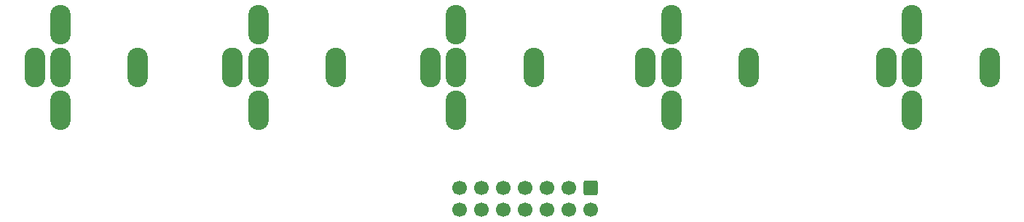
<source format=gts>
G04 #@! TF.GenerationSoftware,KiCad,Pcbnew,(6.0.0)*
G04 #@! TF.CreationDate,2022-06-26T22:57:09+02:00*
G04 #@! TF.ProjectId,mht-ctl-back,6d68742d-6374-46c2-9d62-61636b2e6b69,rev?*
G04 #@! TF.SameCoordinates,Original*
G04 #@! TF.FileFunction,Soldermask,Top*
G04 #@! TF.FilePolarity,Negative*
%FSLAX46Y46*%
G04 Gerber Fmt 4.6, Leading zero omitted, Abs format (unit mm)*
G04 Created by KiCad (PCBNEW (6.0.0)) date 2022-06-26 22:57:09*
%MOMM*%
%LPD*%
G01*
G04 APERTURE LIST*
G04 Aperture macros list*
%AMRoundRect*
0 Rectangle with rounded corners*
0 $1 Rounding radius*
0 $2 $3 $4 $5 $6 $7 $8 $9 X,Y pos of 4 corners*
0 Add a 4 corners polygon primitive as box body*
4,1,4,$2,$3,$4,$5,$6,$7,$8,$9,$2,$3,0*
0 Add four circle primitives for the rounded corners*
1,1,$1+$1,$2,$3*
1,1,$1+$1,$4,$5*
1,1,$1+$1,$6,$7*
1,1,$1+$1,$8,$9*
0 Add four rect primitives between the rounded corners*
20,1,$1+$1,$2,$3,$4,$5,0*
20,1,$1+$1,$4,$5,$6,$7,0*
20,1,$1+$1,$6,$7,$8,$9,0*
20,1,$1+$1,$8,$9,$2,$3,0*%
G04 Aperture macros list end*
%ADD10O,2.400000X4.600000*%
%ADD11O,2.400000X4.660000*%
%ADD12RoundRect,0.250000X-0.600000X0.600000X-0.600000X-0.600000X0.600000X-0.600000X0.600000X0.600000X0*%
%ADD13C,1.700000*%
G04 APERTURE END LIST*
D10*
X159000000Y-98000000D03*
X159000000Y-103000000D03*
X159000000Y-108000000D03*
D11*
X156000000Y-103000000D03*
D10*
X168000000Y-103000000D03*
X187000000Y-98000000D03*
X187000000Y-103000000D03*
X187000000Y-108000000D03*
D11*
X184000000Y-103000000D03*
D10*
X196000000Y-103000000D03*
X111000000Y-98000000D03*
X111000000Y-103000000D03*
X111000000Y-108000000D03*
D11*
X108000000Y-103000000D03*
D10*
X120000000Y-103000000D03*
X88000000Y-98000000D03*
X88000000Y-103000000D03*
X88000000Y-108000000D03*
D11*
X85000000Y-103000000D03*
D10*
X97000000Y-103000000D03*
X134000000Y-98000000D03*
X134000000Y-103000000D03*
X134000000Y-108000000D03*
D11*
X131000000Y-103000000D03*
D10*
X143000000Y-103000000D03*
D12*
X149620000Y-117000000D03*
D13*
X149620000Y-119540000D03*
X147080000Y-117000000D03*
X147080000Y-119540000D03*
X144540000Y-117000000D03*
X144540000Y-119540000D03*
X142000000Y-117000000D03*
X142000000Y-119540000D03*
X139460000Y-117000000D03*
X139460000Y-119540000D03*
X136920000Y-117000000D03*
X136920000Y-119540000D03*
X134380000Y-117000000D03*
X134380000Y-119540000D03*
M02*

</source>
